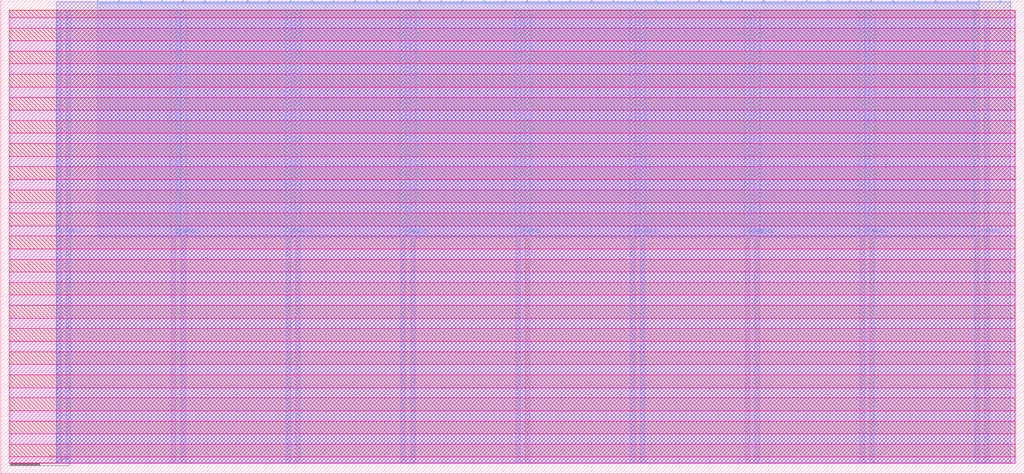
<source format=lef>
VERSION 5.7 ;
  NOWIREEXTENSIONATPIN ON ;
  DIVIDERCHAR "/" ;
  BUSBITCHARS "[]" ;
MACRO tt_um_javibajocero_top
  CLASS BLOCK ;
  FOREIGN tt_um_javibajocero_top ;
  ORIGIN 0.000 0.000 ;
  SIZE 346.640 BY 160.720 ;
  PIN VGND
    DIRECTION INOUT ;
    USE GROUND ;
    PORT
      LAYER Metal4 ;
        RECT 22.180 3.620 23.780 157.100 ;
    END
    PORT
      LAYER Metal4 ;
        RECT 61.050 3.620 62.650 157.100 ;
    END
    PORT
      LAYER Metal4 ;
        RECT 99.920 3.620 101.520 157.100 ;
    END
    PORT
      LAYER Metal4 ;
        RECT 138.790 3.620 140.390 157.100 ;
    END
    PORT
      LAYER Metal4 ;
        RECT 177.660 3.620 179.260 157.100 ;
    END
    PORT
      LAYER Metal4 ;
        RECT 216.530 3.620 218.130 157.100 ;
    END
    PORT
      LAYER Metal4 ;
        RECT 255.400 3.620 257.000 157.100 ;
    END
    PORT
      LAYER Metal4 ;
        RECT 294.270 3.620 295.870 157.100 ;
    END
    PORT
      LAYER Metal4 ;
        RECT 333.140 3.620 334.740 157.100 ;
    END
  END VGND
  PIN VPWR
    DIRECTION INOUT ;
    USE POWER ;
    PORT
      LAYER Metal4 ;
        RECT 18.880 3.620 20.480 157.100 ;
    END
    PORT
      LAYER Metal4 ;
        RECT 57.750 3.620 59.350 157.100 ;
    END
    PORT
      LAYER Metal4 ;
        RECT 96.620 3.620 98.220 157.100 ;
    END
    PORT
      LAYER Metal4 ;
        RECT 135.490 3.620 137.090 157.100 ;
    END
    PORT
      LAYER Metal4 ;
        RECT 174.360 3.620 175.960 157.100 ;
    END
    PORT
      LAYER Metal4 ;
        RECT 213.230 3.620 214.830 157.100 ;
    END
    PORT
      LAYER Metal4 ;
        RECT 252.100 3.620 253.700 157.100 ;
    END
    PORT
      LAYER Metal4 ;
        RECT 290.970 3.620 292.570 157.100 ;
    END
    PORT
      LAYER Metal4 ;
        RECT 329.840 3.620 331.440 157.100 ;
    END
  END VPWR
  PIN clk
    DIRECTION INPUT ;
    USE SIGNAL ;
    ANTENNAGATEAREA 4.738000 ;
    PORT
      LAYER Metal4 ;
        RECT 331.090 159.720 331.390 160.720 ;
    END
  END clk
  PIN ena
    DIRECTION INPUT ;
    USE SIGNAL ;
    PORT
      LAYER Metal4 ;
        RECT 338.370 159.720 338.670 160.720 ;
    END
  END ena
  PIN rst_n
    DIRECTION INPUT ;
    USE SIGNAL ;
    ANTENNAGATEAREA 0.396000 ;
    PORT
      LAYER Metal4 ;
        RECT 323.810 159.720 324.110 160.720 ;
    END
  END rst_n
  PIN ui_in[0]
    DIRECTION INPUT ;
    USE SIGNAL ;
    ANTENNAGATEAREA 1.102000 ;
    PORT
      LAYER Metal4 ;
        RECT 316.530 159.720 316.830 160.720 ;
    END
  END ui_in[0]
  PIN ui_in[1]
    DIRECTION INPUT ;
    USE SIGNAL ;
    PORT
      LAYER Metal4 ;
        RECT 309.250 159.720 309.550 160.720 ;
    END
  END ui_in[1]
  PIN ui_in[2]
    DIRECTION INPUT ;
    USE SIGNAL ;
    PORT
      LAYER Metal4 ;
        RECT 301.970 159.720 302.270 160.720 ;
    END
  END ui_in[2]
  PIN ui_in[3]
    DIRECTION INPUT ;
    USE SIGNAL ;
    PORT
      LAYER Metal4 ;
        RECT 294.690 159.720 294.990 160.720 ;
    END
  END ui_in[3]
  PIN ui_in[4]
    DIRECTION INPUT ;
    USE SIGNAL ;
    PORT
      LAYER Metal4 ;
        RECT 287.410 159.720 287.710 160.720 ;
    END
  END ui_in[4]
  PIN ui_in[5]
    DIRECTION INPUT ;
    USE SIGNAL ;
    PORT
      LAYER Metal4 ;
        RECT 280.130 159.720 280.430 160.720 ;
    END
  END ui_in[5]
  PIN ui_in[6]
    DIRECTION INPUT ;
    USE SIGNAL ;
    PORT
      LAYER Metal4 ;
        RECT 272.850 159.720 273.150 160.720 ;
    END
  END ui_in[6]
  PIN ui_in[7]
    DIRECTION INPUT ;
    USE SIGNAL ;
    PORT
      LAYER Metal4 ;
        RECT 265.570 159.720 265.870 160.720 ;
    END
  END ui_in[7]
  PIN uio_in[0]
    DIRECTION INPUT ;
    USE SIGNAL ;
    PORT
      LAYER Metal4 ;
        RECT 258.290 159.720 258.590 160.720 ;
    END
  END uio_in[0]
  PIN uio_in[1]
    DIRECTION INPUT ;
    USE SIGNAL ;
    PORT
      LAYER Metal4 ;
        RECT 251.010 159.720 251.310 160.720 ;
    END
  END uio_in[1]
  PIN uio_in[2]
    DIRECTION INPUT ;
    USE SIGNAL ;
    PORT
      LAYER Metal4 ;
        RECT 243.730 159.720 244.030 160.720 ;
    END
  END uio_in[2]
  PIN uio_in[3]
    DIRECTION INPUT ;
    USE SIGNAL ;
    PORT
      LAYER Metal4 ;
        RECT 236.450 159.720 236.750 160.720 ;
    END
  END uio_in[3]
  PIN uio_in[4]
    DIRECTION INPUT ;
    USE SIGNAL ;
    PORT
      LAYER Metal4 ;
        RECT 229.170 159.720 229.470 160.720 ;
    END
  END uio_in[4]
  PIN uio_in[5]
    DIRECTION INPUT ;
    USE SIGNAL ;
    PORT
      LAYER Metal4 ;
        RECT 221.890 159.720 222.190 160.720 ;
    END
  END uio_in[5]
  PIN uio_in[6]
    DIRECTION INPUT ;
    USE SIGNAL ;
    PORT
      LAYER Metal4 ;
        RECT 214.610 159.720 214.910 160.720 ;
    END
  END uio_in[6]
  PIN uio_in[7]
    DIRECTION INPUT ;
    USE SIGNAL ;
    PORT
      LAYER Metal4 ;
        RECT 207.330 159.720 207.630 160.720 ;
    END
  END uio_in[7]
  PIN uio_oe[0]
    DIRECTION OUTPUT ;
    USE SIGNAL ;
    ANTENNADIFFAREA 0.360800 ;
    PORT
      LAYER Metal4 ;
        RECT 83.570 159.720 83.870 160.720 ;
    END
  END uio_oe[0]
  PIN uio_oe[1]
    DIRECTION OUTPUT ;
    USE SIGNAL ;
    ANTENNADIFFAREA 0.360800 ;
    PORT
      LAYER Metal4 ;
        RECT 76.290 159.720 76.590 160.720 ;
    END
  END uio_oe[1]
  PIN uio_oe[2]
    DIRECTION OUTPUT ;
    USE SIGNAL ;
    ANTENNADIFFAREA 0.360800 ;
    PORT
      LAYER Metal4 ;
        RECT 69.010 159.720 69.310 160.720 ;
    END
  END uio_oe[2]
  PIN uio_oe[3]
    DIRECTION OUTPUT ;
    USE SIGNAL ;
    ANTENNADIFFAREA 0.360800 ;
    PORT
      LAYER Metal4 ;
        RECT 61.730 159.720 62.030 160.720 ;
    END
  END uio_oe[3]
  PIN uio_oe[4]
    DIRECTION OUTPUT ;
    USE SIGNAL ;
    ANTENNADIFFAREA 0.360800 ;
    PORT
      LAYER Metal4 ;
        RECT 54.450 159.720 54.750 160.720 ;
    END
  END uio_oe[4]
  PIN uio_oe[5]
    DIRECTION OUTPUT ;
    USE SIGNAL ;
    ANTENNADIFFAREA 0.360800 ;
    PORT
      LAYER Metal4 ;
        RECT 47.170 159.720 47.470 160.720 ;
    END
  END uio_oe[5]
  PIN uio_oe[6]
    DIRECTION OUTPUT ;
    USE SIGNAL ;
    ANTENNADIFFAREA 0.360800 ;
    PORT
      LAYER Metal4 ;
        RECT 39.890 159.720 40.190 160.720 ;
    END
  END uio_oe[6]
  PIN uio_oe[7]
    DIRECTION OUTPUT ;
    USE SIGNAL ;
    ANTENNADIFFAREA 0.360800 ;
    PORT
      LAYER Metal4 ;
        RECT 32.610 159.720 32.910 160.720 ;
    END
  END uio_oe[7]
  PIN uio_out[0]
    DIRECTION OUTPUT ;
    USE SIGNAL ;
    ANTENNADIFFAREA 0.360800 ;
    PORT
      LAYER Metal4 ;
        RECT 141.810 159.720 142.110 160.720 ;
    END
  END uio_out[0]
  PIN uio_out[1]
    DIRECTION OUTPUT ;
    USE SIGNAL ;
    ANTENNADIFFAREA 0.360800 ;
    PORT
      LAYER Metal4 ;
        RECT 134.530 159.720 134.830 160.720 ;
    END
  END uio_out[1]
  PIN uio_out[2]
    DIRECTION OUTPUT ;
    USE SIGNAL ;
    ANTENNADIFFAREA 0.360800 ;
    PORT
      LAYER Metal4 ;
        RECT 127.250 159.720 127.550 160.720 ;
    END
  END uio_out[2]
  PIN uio_out[3]
    DIRECTION OUTPUT ;
    USE SIGNAL ;
    ANTENNADIFFAREA 0.360800 ;
    PORT
      LAYER Metal4 ;
        RECT 119.970 159.720 120.270 160.720 ;
    END
  END uio_out[3]
  PIN uio_out[4]
    DIRECTION OUTPUT ;
    USE SIGNAL ;
    ANTENNADIFFAREA 0.360800 ;
    PORT
      LAYER Metal4 ;
        RECT 112.690 159.720 112.990 160.720 ;
    END
  END uio_out[4]
  PIN uio_out[5]
    DIRECTION OUTPUT ;
    USE SIGNAL ;
    ANTENNADIFFAREA 0.360800 ;
    PORT
      LAYER Metal4 ;
        RECT 105.410 159.720 105.710 160.720 ;
    END
  END uio_out[5]
  PIN uio_out[6]
    DIRECTION OUTPUT ;
    USE SIGNAL ;
    ANTENNADIFFAREA 0.360800 ;
    PORT
      LAYER Metal4 ;
        RECT 98.130 159.720 98.430 160.720 ;
    END
  END uio_out[6]
  PIN uio_out[7]
    DIRECTION OUTPUT ;
    USE SIGNAL ;
    ANTENNADIFFAREA 0.360800 ;
    PORT
      LAYER Metal4 ;
        RECT 90.850 159.720 91.150 160.720 ;
    END
  END uio_out[7]
  PIN uo_out[0]
    DIRECTION OUTPUT ;
    USE SIGNAL ;
    ANTENNADIFFAREA 1.986000 ;
    PORT
      LAYER Metal4 ;
        RECT 200.050 159.720 200.350 160.720 ;
    END
  END uo_out[0]
  PIN uo_out[1]
    DIRECTION OUTPUT ;
    USE SIGNAL ;
    ANTENNADIFFAREA 2.080400 ;
    PORT
      LAYER Metal4 ;
        RECT 192.770 159.720 193.070 160.720 ;
    END
  END uo_out[1]
  PIN uo_out[2]
    DIRECTION OUTPUT ;
    USE SIGNAL ;
    ANTENNADIFFAREA 1.986000 ;
    PORT
      LAYER Metal4 ;
        RECT 185.490 159.720 185.790 160.720 ;
    END
  END uo_out[2]
  PIN uo_out[3]
    DIRECTION OUTPUT ;
    USE SIGNAL ;
    ANTENNADIFFAREA 1.986000 ;
    PORT
      LAYER Metal4 ;
        RECT 178.210 159.720 178.510 160.720 ;
    END
  END uo_out[3]
  PIN uo_out[4]
    DIRECTION OUTPUT ;
    USE SIGNAL ;
    ANTENNADIFFAREA 1.986000 ;
    PORT
      LAYER Metal4 ;
        RECT 170.930 159.720 171.230 160.720 ;
    END
  END uo_out[4]
  PIN uo_out[5]
    DIRECTION OUTPUT ;
    USE SIGNAL ;
    ANTENNADIFFAREA 1.986000 ;
    PORT
      LAYER Metal4 ;
        RECT 163.650 159.720 163.950 160.720 ;
    END
  END uo_out[5]
  PIN uo_out[6]
    DIRECTION OUTPUT ;
    USE SIGNAL ;
    ANTENNADIFFAREA 0.360800 ;
    PORT
      LAYER Metal4 ;
        RECT 156.370 159.720 156.670 160.720 ;
    END
  END uo_out[6]
  PIN uo_out[7]
    DIRECTION OUTPUT ;
    USE SIGNAL ;
    ANTENNADIFFAREA 0.360800 ;
    PORT
      LAYER Metal4 ;
        RECT 149.090 159.720 149.390 160.720 ;
    END
  END uo_out[7]
  OBS
      LAYER Nwell ;
        RECT 2.930 154.640 343.710 157.230 ;
      LAYER Pwell ;
        RECT 2.930 151.120 343.710 154.640 ;
      LAYER Nwell ;
        RECT 2.930 146.800 343.710 151.120 ;
      LAYER Pwell ;
        RECT 2.930 143.280 343.710 146.800 ;
      LAYER Nwell ;
        RECT 2.930 138.960 343.710 143.280 ;
      LAYER Pwell ;
        RECT 2.930 135.440 343.710 138.960 ;
      LAYER Nwell ;
        RECT 2.930 131.120 343.710 135.440 ;
      LAYER Pwell ;
        RECT 2.930 127.600 343.710 131.120 ;
      LAYER Nwell ;
        RECT 2.930 123.280 343.710 127.600 ;
      LAYER Pwell ;
        RECT 2.930 119.760 343.710 123.280 ;
      LAYER Nwell ;
        RECT 2.930 115.440 343.710 119.760 ;
      LAYER Pwell ;
        RECT 2.930 111.920 343.710 115.440 ;
      LAYER Nwell ;
        RECT 2.930 107.600 343.710 111.920 ;
      LAYER Pwell ;
        RECT 2.930 104.080 343.710 107.600 ;
      LAYER Nwell ;
        RECT 2.930 99.760 343.710 104.080 ;
      LAYER Pwell ;
        RECT 2.930 96.240 343.710 99.760 ;
      LAYER Nwell ;
        RECT 2.930 91.920 343.710 96.240 ;
      LAYER Pwell ;
        RECT 2.930 88.400 343.710 91.920 ;
      LAYER Nwell ;
        RECT 2.930 84.080 343.710 88.400 ;
      LAYER Pwell ;
        RECT 2.930 80.560 343.710 84.080 ;
      LAYER Nwell ;
        RECT 2.930 76.240 343.710 80.560 ;
      LAYER Pwell ;
        RECT 2.930 72.720 343.710 76.240 ;
      LAYER Nwell ;
        RECT 2.930 68.400 343.710 72.720 ;
      LAYER Pwell ;
        RECT 2.930 64.880 343.710 68.400 ;
      LAYER Nwell ;
        RECT 2.930 60.560 343.710 64.880 ;
      LAYER Pwell ;
        RECT 2.930 57.040 343.710 60.560 ;
      LAYER Nwell ;
        RECT 2.930 52.720 343.710 57.040 ;
      LAYER Pwell ;
        RECT 2.930 49.200 343.710 52.720 ;
      LAYER Nwell ;
        RECT 2.930 44.880 343.710 49.200 ;
      LAYER Pwell ;
        RECT 2.930 41.360 343.710 44.880 ;
      LAYER Nwell ;
        RECT 2.930 37.040 343.710 41.360 ;
      LAYER Pwell ;
        RECT 2.930 33.520 343.710 37.040 ;
      LAYER Nwell ;
        RECT 2.930 29.200 343.710 33.520 ;
      LAYER Pwell ;
        RECT 2.930 25.680 343.710 29.200 ;
      LAYER Nwell ;
        RECT 2.930 21.360 343.710 25.680 ;
      LAYER Pwell ;
        RECT 2.930 17.840 343.710 21.360 ;
      LAYER Nwell ;
        RECT 2.930 13.520 343.710 17.840 ;
      LAYER Pwell ;
        RECT 2.930 10.000 343.710 13.520 ;
      LAYER Nwell ;
        RECT 2.930 5.680 343.710 10.000 ;
      LAYER Pwell ;
        RECT 2.930 3.490 343.710 5.680 ;
      LAYER Metal1 ;
        RECT 3.360 3.620 343.280 157.100 ;
      LAYER Metal2 ;
        RECT 19.020 3.730 342.020 160.070 ;
      LAYER Metal3 ;
        RECT 18.970 3.780 342.070 160.020 ;
      LAYER Metal4 ;
        RECT 33.210 159.420 39.590 159.720 ;
        RECT 40.490 159.420 46.870 159.720 ;
        RECT 47.770 159.420 54.150 159.720 ;
        RECT 55.050 159.420 61.430 159.720 ;
        RECT 62.330 159.420 68.710 159.720 ;
        RECT 69.610 159.420 75.990 159.720 ;
        RECT 76.890 159.420 83.270 159.720 ;
        RECT 84.170 159.420 90.550 159.720 ;
        RECT 91.450 159.420 97.830 159.720 ;
        RECT 98.730 159.420 105.110 159.720 ;
        RECT 106.010 159.420 112.390 159.720 ;
        RECT 113.290 159.420 119.670 159.720 ;
        RECT 120.570 159.420 126.950 159.720 ;
        RECT 127.850 159.420 134.230 159.720 ;
        RECT 135.130 159.420 141.510 159.720 ;
        RECT 142.410 159.420 148.790 159.720 ;
        RECT 149.690 159.420 156.070 159.720 ;
        RECT 156.970 159.420 163.350 159.720 ;
        RECT 164.250 159.420 170.630 159.720 ;
        RECT 171.530 159.420 177.910 159.720 ;
        RECT 178.810 159.420 185.190 159.720 ;
        RECT 186.090 159.420 192.470 159.720 ;
        RECT 193.370 159.420 199.750 159.720 ;
        RECT 200.650 159.420 207.030 159.720 ;
        RECT 207.930 159.420 214.310 159.720 ;
        RECT 215.210 159.420 221.590 159.720 ;
        RECT 222.490 159.420 228.870 159.720 ;
        RECT 229.770 159.420 236.150 159.720 ;
        RECT 237.050 159.420 243.430 159.720 ;
        RECT 244.330 159.420 250.710 159.720 ;
        RECT 251.610 159.420 257.990 159.720 ;
        RECT 258.890 159.420 265.270 159.720 ;
        RECT 266.170 159.420 272.550 159.720 ;
        RECT 273.450 159.420 279.830 159.720 ;
        RECT 280.730 159.420 287.110 159.720 ;
        RECT 288.010 159.420 294.390 159.720 ;
        RECT 295.290 159.420 301.670 159.720 ;
        RECT 302.570 159.420 308.950 159.720 ;
        RECT 309.850 159.420 316.230 159.720 ;
        RECT 317.130 159.420 323.510 159.720 ;
        RECT 324.410 159.420 330.790 159.720 ;
        RECT 32.620 157.400 331.380 159.420 ;
        RECT 32.620 80.170 57.450 157.400 ;
        RECT 59.650 80.170 60.750 157.400 ;
        RECT 62.950 80.170 96.320 157.400 ;
        RECT 98.520 80.170 99.620 157.400 ;
        RECT 101.820 80.170 135.190 157.400 ;
        RECT 137.390 80.170 138.490 157.400 ;
        RECT 140.690 80.170 174.060 157.400 ;
        RECT 176.260 80.170 177.360 157.400 ;
        RECT 179.560 80.170 212.930 157.400 ;
        RECT 215.130 80.170 216.230 157.400 ;
        RECT 218.430 80.170 251.800 157.400 ;
        RECT 254.000 80.170 255.100 157.400 ;
        RECT 257.300 80.170 290.670 157.400 ;
        RECT 292.870 80.170 293.970 157.400 ;
        RECT 296.170 80.170 329.540 157.400 ;
  END
END tt_um_javibajocero_top
END LIBRARY


</source>
